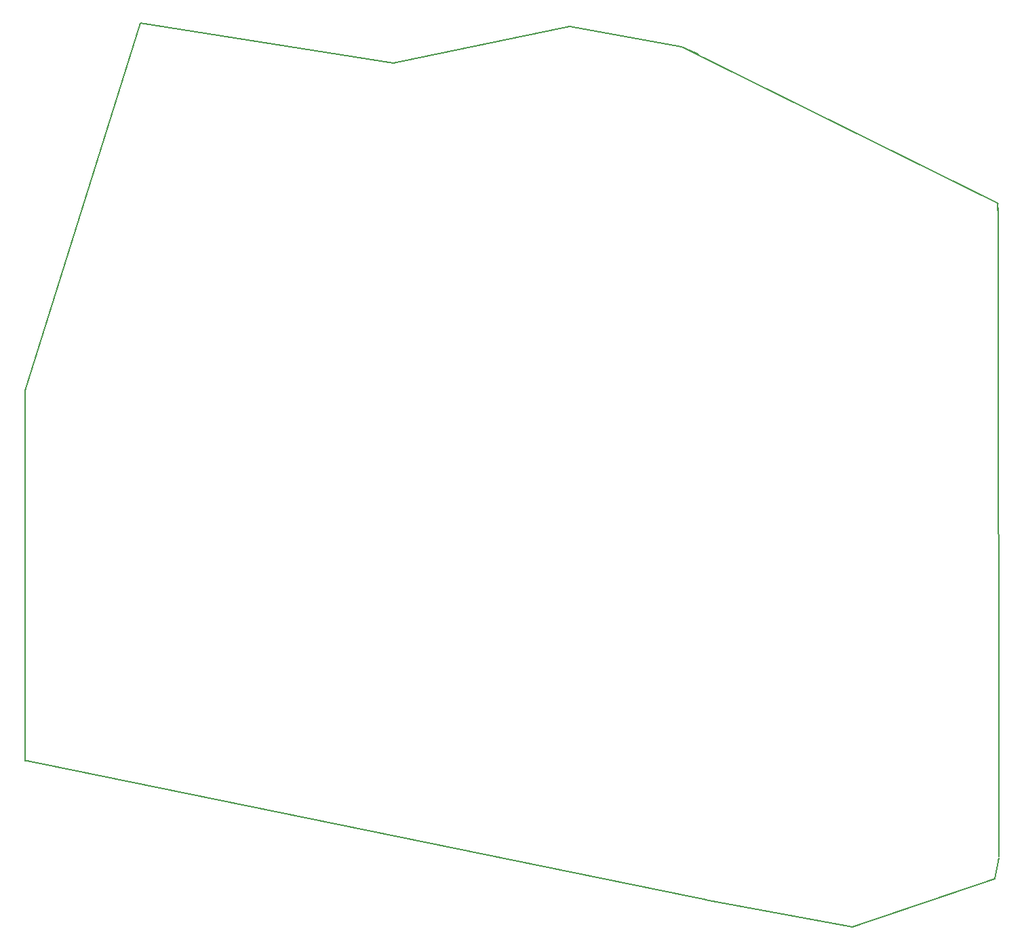
<source format=gbr>
G04 #@! TF.GenerationSoftware,KiCad,Pcbnew,(5.0.1-3-g963ef8bb5)*
G04 #@! TF.CreationDate,2019-09-06T12:34:14-07:00*
G04 #@! TF.ProjectId,atreus-ipad-11,6174726575732D697061642D31312E6B,rev?*
G04 #@! TF.SameCoordinates,Original*
G04 #@! TF.FileFunction,Profile,NP*
%FSLAX46Y46*%
G04 Gerber Fmt 4.6, Leading zero omitted, Abs format (unit mm)*
G04 Created by KiCad (PCBNEW (5.0.1-3-g963ef8bb5)) date Friday, September 06, 2019 at 12:34:14 PM*
%MOMM*%
%LPD*%
G01*
G04 APERTURE LIST*
%ADD10C,0.150000*%
G04 APERTURE END LIST*
D10*
X14300000Y-74100000D02*
X28700000Y-28200000D01*
X14300000Y-120300000D02*
X14300000Y-74100000D01*
X14400000Y-120300000D02*
X14700000Y-120300000D01*
X135700000Y-50700000D02*
X135700000Y-51600000D01*
X96300000Y-31200000D02*
X98400000Y-32100000D01*
X82300000Y-28600000D02*
X96300000Y-31200000D01*
X60300000Y-33200000D02*
X82300000Y-28600000D01*
X28700000Y-28200000D02*
X60300000Y-33200000D01*
X96800000Y-31400000D02*
X135800000Y-50700000D01*
X14600000Y-120300000D02*
X99400000Y-137700000D01*
X135900000Y-132400000D02*
X135400000Y-135100000D01*
X135800000Y-51200000D02*
X135900000Y-132300000D01*
X117604576Y-141048224D02*
X135416737Y-135050149D01*
X99206035Y-137702522D02*
X117604576Y-141048224D01*
M02*

</source>
